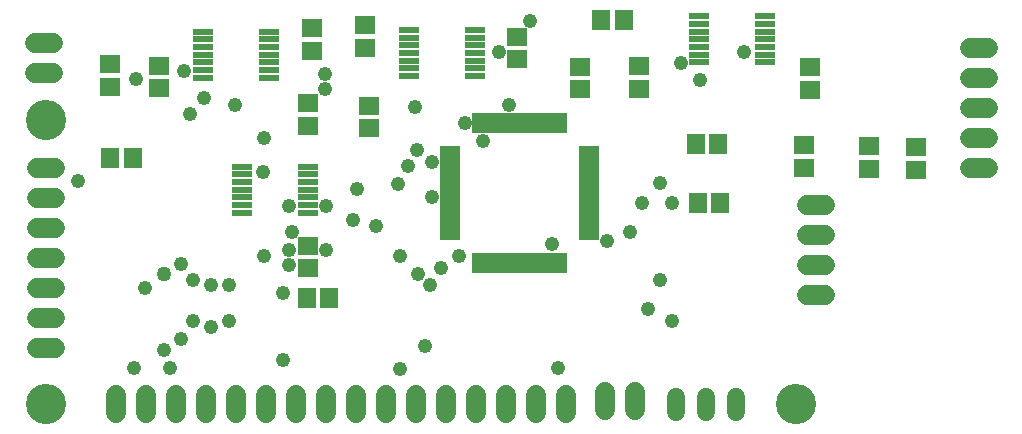
<source format=gts>
G75*
%MOIN*%
%OFA0B0*%
%FSLAX25Y25*%
%IPPOS*%
%LPD*%
%AMOC8*
5,1,8,0,0,1.08239X$1,22.5*
%
%ADD10C,0.13398*%
%ADD11C,0.06800*%
%ADD12R,0.05918X0.06706*%
%ADD13R,0.06706X0.05918*%
%ADD14C,0.06000*%
%ADD15R,0.01981X0.06706*%
%ADD16R,0.06706X0.01981*%
%ADD17R,0.07099X0.02178*%
%ADD18C,0.04959*%
%ADD19C,0.04802*%
%ADD20C,0.04800*%
D10*
X0016209Y0020685D03*
X0016209Y0115370D03*
X0266209Y0020685D03*
D11*
X0039634Y0017685D02*
X0039634Y0023685D01*
X0049634Y0023685D02*
X0049634Y0017685D01*
X0059634Y0017685D02*
X0059634Y0023685D01*
X0069634Y0023685D02*
X0069634Y0017685D01*
X0079634Y0017685D02*
X0079634Y0023685D01*
X0089634Y0023685D02*
X0089634Y0017685D01*
X0099634Y0017685D02*
X0099634Y0023685D01*
X0109634Y0023685D02*
X0109634Y0017685D01*
X0119634Y0017685D02*
X0119634Y0023685D01*
X0129634Y0023685D02*
X0129634Y0017685D01*
X0139634Y0017685D02*
X0139634Y0023685D01*
X0149634Y0023685D02*
X0149634Y0017685D01*
X0159634Y0017685D02*
X0159634Y0023685D01*
X0169634Y0023685D02*
X0169634Y0017685D01*
X0179634Y0017685D02*
X0179634Y0023685D01*
X0189634Y0023685D02*
X0189634Y0017685D01*
X0202705Y0018394D02*
X0202705Y0024394D01*
X0212705Y0024394D02*
X0212705Y0018394D01*
X0269862Y0056866D02*
X0275862Y0056866D01*
X0275862Y0066866D02*
X0269862Y0066866D01*
X0269862Y0076866D02*
X0275862Y0076866D01*
X0275862Y0086866D02*
X0269862Y0086866D01*
X0324232Y0099110D02*
X0330232Y0099110D01*
X0330232Y0109110D02*
X0324232Y0109110D01*
X0324232Y0119110D02*
X0330232Y0119110D01*
X0330232Y0129110D02*
X0324232Y0129110D01*
X0324232Y0139110D02*
X0330232Y0139110D01*
X0018500Y0141000D02*
X0012500Y0141000D01*
X0012500Y0131000D02*
X0018500Y0131000D01*
X0019484Y0099346D02*
X0013484Y0099346D01*
X0013484Y0089346D02*
X0019484Y0089346D01*
X0019484Y0079346D02*
X0013484Y0079346D01*
X0013484Y0069346D02*
X0019484Y0069346D01*
X0019484Y0059346D02*
X0013484Y0059346D01*
X0013484Y0049346D02*
X0019484Y0049346D01*
X0019484Y0039346D02*
X0013484Y0039346D01*
D12*
X0103165Y0055939D03*
X0110646Y0055939D03*
X0045264Y0102535D03*
X0037783Y0102535D03*
X0201366Y0148402D03*
X0208846Y0148402D03*
X0232902Y0107063D03*
X0240382Y0107063D03*
X0240972Y0087378D03*
X0233492Y0087378D03*
D13*
X0269004Y0099268D03*
X0269004Y0106748D03*
X0290657Y0106433D03*
X0290657Y0098953D03*
X0306406Y0098638D03*
X0306406Y0106118D03*
X0270972Y0125252D03*
X0270972Y0132732D03*
X0213886Y0133047D03*
X0213886Y0125567D03*
X0194398Y0125510D03*
X0194398Y0132990D03*
X0173453Y0135449D03*
X0173453Y0142929D03*
X0123925Y0119937D03*
X0123925Y0112457D03*
X0103650Y0113362D03*
X0103650Y0120843D03*
X0105028Y0138283D03*
X0105028Y0145764D03*
X0122744Y0146709D03*
X0122744Y0139228D03*
X0053846Y0133323D03*
X0053846Y0125843D03*
X0037626Y0126236D03*
X0037626Y0133717D03*
X0103531Y0073205D03*
X0103531Y0065724D03*
D14*
X0226484Y0022970D02*
X0226484Y0017770D01*
X0236484Y0017770D02*
X0236484Y0022970D01*
X0246484Y0022970D02*
X0246484Y0017770D01*
D15*
X0188925Y0067614D03*
X0186957Y0067614D03*
X0184988Y0067614D03*
X0183020Y0067614D03*
X0181051Y0067614D03*
X0179083Y0067614D03*
X0177114Y0067614D03*
X0175146Y0067614D03*
X0173177Y0067614D03*
X0171209Y0067614D03*
X0169240Y0067614D03*
X0167272Y0067614D03*
X0165303Y0067614D03*
X0163335Y0067614D03*
X0161366Y0067614D03*
X0159398Y0067614D03*
X0159398Y0114071D03*
X0161366Y0114071D03*
X0163335Y0114071D03*
X0165303Y0114071D03*
X0167272Y0114071D03*
X0169240Y0114071D03*
X0171209Y0114071D03*
X0173177Y0114071D03*
X0175146Y0114071D03*
X0177114Y0114071D03*
X0179083Y0114071D03*
X0181051Y0114071D03*
X0183020Y0114071D03*
X0184988Y0114071D03*
X0186957Y0114071D03*
X0188925Y0114071D03*
D16*
X0197390Y0105606D03*
X0197390Y0103638D03*
X0197390Y0101669D03*
X0197390Y0099701D03*
X0197390Y0097732D03*
X0197390Y0095764D03*
X0197390Y0093795D03*
X0197390Y0091827D03*
X0197390Y0089858D03*
X0197390Y0087890D03*
X0197390Y0085921D03*
X0197390Y0083953D03*
X0197390Y0081984D03*
X0197390Y0080016D03*
X0197390Y0078047D03*
X0197390Y0076079D03*
X0150933Y0076079D03*
X0150933Y0078047D03*
X0150933Y0080016D03*
X0150933Y0081984D03*
X0150933Y0083953D03*
X0150933Y0085921D03*
X0150933Y0087890D03*
X0150933Y0089858D03*
X0150933Y0091827D03*
X0150933Y0093795D03*
X0150933Y0095764D03*
X0150933Y0097732D03*
X0150933Y0099701D03*
X0150933Y0101669D03*
X0150933Y0103638D03*
X0150933Y0105606D03*
D17*
X0103728Y0099661D03*
X0103728Y0097102D03*
X0103728Y0094543D03*
X0103728Y0091984D03*
X0103728Y0089425D03*
X0103728Y0086866D03*
X0103728Y0084307D03*
X0081681Y0084307D03*
X0081681Y0086866D03*
X0081681Y0089425D03*
X0081681Y0091984D03*
X0081681Y0094543D03*
X0081681Y0097102D03*
X0081681Y0099661D03*
X0090539Y0129268D03*
X0090539Y0131827D03*
X0090539Y0134386D03*
X0090539Y0136945D03*
X0090539Y0139504D03*
X0090539Y0142063D03*
X0090539Y0144622D03*
X0068492Y0144622D03*
X0068492Y0142063D03*
X0068492Y0139504D03*
X0068492Y0136945D03*
X0068492Y0134386D03*
X0068492Y0131827D03*
X0068492Y0129268D03*
X0137390Y0129858D03*
X0137390Y0132417D03*
X0137390Y0134976D03*
X0137390Y0137535D03*
X0137390Y0140094D03*
X0137390Y0142654D03*
X0137390Y0145213D03*
X0159437Y0145213D03*
X0159437Y0142654D03*
X0159437Y0140094D03*
X0159437Y0137535D03*
X0159437Y0134976D03*
X0159437Y0132417D03*
X0159437Y0129858D03*
X0233846Y0134386D03*
X0233846Y0136945D03*
X0233846Y0139504D03*
X0233846Y0142063D03*
X0233846Y0144622D03*
X0233846Y0147181D03*
X0233846Y0149740D03*
X0255894Y0149740D03*
X0255894Y0147181D03*
X0255894Y0144622D03*
X0255894Y0142063D03*
X0255894Y0139504D03*
X0255894Y0136945D03*
X0255894Y0134386D03*
D18*
X0055579Y0063992D03*
D19*
X0061287Y0067339D03*
X0065421Y0062024D03*
X0071327Y0060055D03*
X0077232Y0060055D03*
X0089043Y0069898D03*
X0118571Y0081709D03*
X0126445Y0079740D03*
X0134319Y0069898D03*
X0140224Y0063992D03*
X0144161Y0060055D03*
X0148098Y0065961D03*
X0154004Y0069898D03*
X0145096Y0089399D03*
X0133531Y0093717D03*
X0136878Y0099819D03*
X0144818Y0101221D03*
X0139852Y0105155D03*
X0089043Y0109268D03*
X0211091Y0077772D03*
X0215028Y0087614D03*
X0224870Y0087614D03*
X0220920Y0094235D03*
X0220933Y0062024D03*
X0216996Y0052181D03*
X0224870Y0048244D03*
X0142587Y0039780D03*
X0134319Y0032069D03*
X0095343Y0035252D03*
X0071327Y0046276D03*
X0065421Y0048244D03*
X0061484Y0042339D03*
X0055579Y0038402D03*
X0057547Y0032496D03*
X0045736Y0032496D03*
X0077232Y0048244D03*
D20*
X0095441Y0057594D03*
X0097409Y0066945D03*
X0097409Y0071866D03*
X0109713Y0071866D03*
X0098394Y0077772D03*
X0097409Y0086630D03*
X0109713Y0086630D03*
X0120047Y0092043D03*
X0088551Y0097949D03*
X0064437Y0117142D03*
X0068866Y0122555D03*
X0079201Y0120094D03*
X0062469Y0131413D03*
X0046228Y0128953D03*
X0109220Y0130429D03*
X0109220Y0125508D03*
X0139240Y0119602D03*
X0155972Y0114189D03*
X0161878Y0108283D03*
X0170736Y0120094D03*
X0167291Y0137811D03*
X0177626Y0148146D03*
X0227823Y0134366D03*
X0234220Y0128461D03*
X0248984Y0137811D03*
X0203217Y0074819D03*
X0185008Y0073835D03*
X0186976Y0032496D03*
X0049181Y0059071D03*
X0027035Y0094996D03*
M02*

</source>
